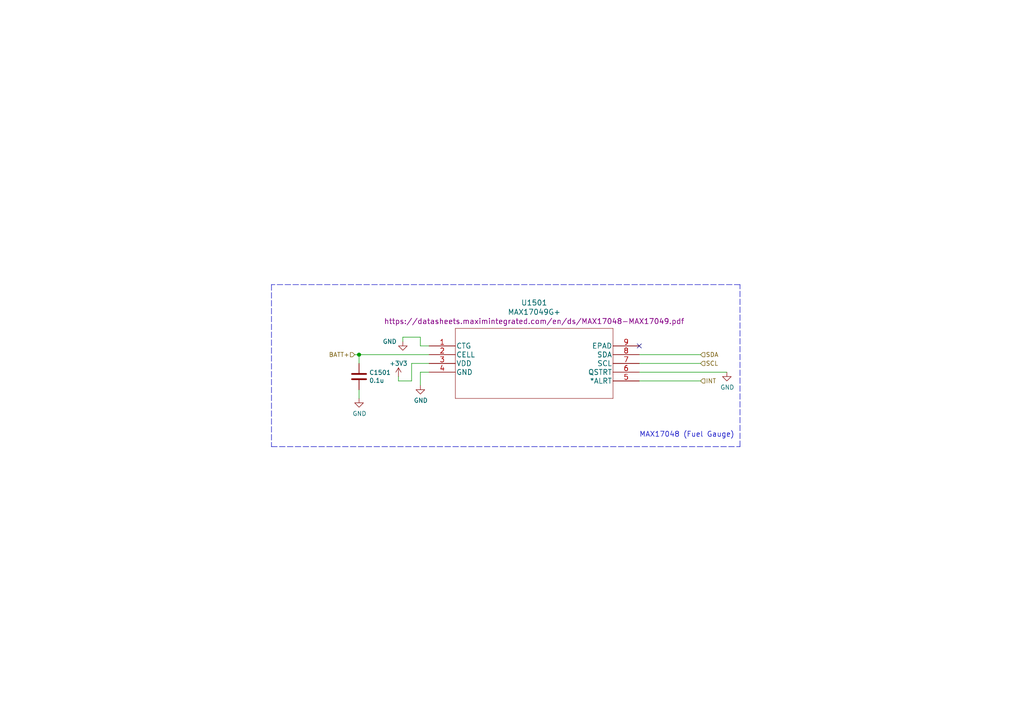
<source format=kicad_sch>
(kicad_sch (version 20210621) (generator eeschema)
  (paper "A4")
  (lib_symbols
    (symbol "Device:C" (pin_numbers hide) (pin_names (offset 0.254))
      (property "Reference" "C" (at 0.635 2.54 0))
      (property "Value" "C" (at 0.635 -2.54 0))
      (symbol "C_0_1"
        (polyline (pts (xy -2.032 -0.762) (xy 2.032 -0.762)) (stroke (width 0.508)))
        (polyline (pts (xy -2.032 0.762) (xy 2.032 0.762)) (stroke (width 0.508)))
      )
      (symbol "C_1_1"
        (pin passive line (at 0 3.81 270) (length 2.794) (name "~") (number "1"))
        (pin passive line (at 0 -3.81 90) (length 2.794) (name "~") (number "2"))
      )
    )
    (symbol "power:+3.3V" (power) (pin_names (offset 0))
      (property "Value" "+3.3V" (at 0 3.556 0))
      (symbol "+3.3V_0_1"
        (polyline (pts (xy -0.762 1.27) (xy 0 2.54)))
        (polyline (pts (xy 0 0) (xy 0 2.54)))
        (polyline (pts (xy 0 2.54) (xy 0.762 1.27)))
      )
      (symbol "+3.3V_1_1"
        (pin power_in line (at 0 0 90) (length 0) hide (name "+3V3") (number "1"))
      )
    )
    (symbol "power:GND" (power) (pin_names (offset 0))
      (property "Value" "GND" (at 0 -3.81 0))
      (symbol "GND_0_1"
        (polyline (pts (xy 0 0) (xy 0 -1.27) (xy 1.27 -1.27) (xy 0 -2.54) (xy -1.27 -1.27) (xy 0 -1.27)))
      )
      (symbol "GND_1_1"
        (pin power_in line (at 0 0 270) (length 0) hide (name "GND") (number "1"))
      )
    )
    (symbol "star-common-lib:MAX17048G+" (pin_names (offset 0.254))
      (property "Reference" "U" (at 30.48 10.16 0))
      (property "Value" "MAX17048G+" (at 30.48 7.62 0))
      (property "Datasheet" "https://datasheets.maximintegrated.com/en/ds/MAX17048-MAX17049.pdf" (at 0 0 0))
      (symbol "MAX17048G+_1_1"
        (polyline (pts (xy 7.62 -15.24) (xy 53.34 -15.24)) (stroke (width 0.127)))
        (polyline (pts (xy 7.62 5.08) (xy 7.62 -15.24)) (stroke (width 0.127)))
        (polyline (pts (xy 53.34 -15.24) (xy 53.34 5.08)) (stroke (width 0.127)))
        (polyline (pts (xy 53.34 5.08) (xy 7.62 5.08)) (stroke (width 0.127)))
        (pin power_in line (at 0 0 0) (length 7.62) (name "CTG") (number "1"))
        (pin power_in line (at 0 -2.54 0) (length 7.62) (name "CELL") (number "2"))
        (pin power_in line (at 0 -5.08 0) (length 7.62) (name "VDD") (number "3"))
        (pin power_in line (at 0 -7.62 0) (length 7.62) (name "GND") (number "4"))
        (pin output line (at 60.96 -10.16 180) (length 7.62) (name "*ALRT") (number "5"))
        (pin input line (at 60.96 -7.62 180) (length 7.62) (name "QSTRT") (number "6"))
        (pin input line (at 60.96 -5.08 180) (length 7.62) (name "SCL") (number "7"))
        (pin bidirectional line (at 60.96 -2.54 180) (length 7.62) (name "SDA") (number "8"))
        (pin unspecified line (at 60.96 0 180) (length 7.62) (name "EPAD") (number "9"))
      )
    )
  )
  (junction (at 104.14 102.87) (diameter 1.016))
  (no_connect (at 185.42 100.33))
  (wire (pts (xy 102.87 102.87) (xy 104.14 102.87)))
  (wire (pts (xy 104.14 102.87) (xy 104.14 105.41)))
  (wire (pts (xy 104.14 102.87) (xy 124.46 102.87)))
  (wire (pts (xy 104.14 113.03) (xy 104.14 115.57)))
  (wire (pts (xy 115.57 109.22) (xy 115.57 110.49)))
  (wire (pts (xy 115.57 110.49) (xy 119.38 110.49)))
  (wire (pts (xy 116.84 97.79) (xy 121.92 97.79)))
  (wire (pts (xy 116.84 99.06) (xy 116.84 97.79)))
  (wire (pts (xy 119.38 105.41) (xy 124.46 105.41)))
  (wire (pts (xy 119.38 110.49) (xy 119.38 105.41)))
  (wire (pts (xy 121.92 97.79) (xy 121.92 100.33)))
  (wire (pts (xy 121.92 100.33) (xy 124.46 100.33)))
  (wire (pts (xy 121.92 107.95) (xy 124.46 107.95)))
  (wire (pts (xy 121.92 111.76) (xy 121.92 107.95)))
  (wire (pts (xy 185.42 102.87) (xy 203.2 102.87)))
  (wire (pts (xy 185.42 110.49) (xy 203.2 110.49)))
  (wire (pts (xy 203.2 105.41) (xy 185.42 105.41)))
  (wire (pts (xy 210.82 107.95) (xy 185.42 107.95)))
  (polyline (pts (xy 78.74 82.55) (xy 78.74 129.54)) (stroke (width 0) (type dash)))
  (polyline (pts (xy 78.74 129.54) (xy 214.63 129.54)) (stroke (width 0) (type dash)))
  (polyline (pts (xy 214.63 82.55) (xy 78.74 82.55)) (stroke (width 0) (type dash)))
  (polyline (pts (xy 214.63 129.54) (xy 214.63 82.55)) (stroke (width 0) (type dash)))
  (text "MAX17048 (Fuel Gauge)" (at 185.42 127 0) (effects (font (size 1.4986 1.4986)) (justify left bottom)))
  (hierarchical_label "BATT+" (shape input) (at 102.87 102.87 180))
  (hierarchical_label "SDA" (shape input) (at 203.2 102.87 0))
  (hierarchical_label "SCL" (shape input) (at 203.2 105.41 0))
  (hierarchical_label "INT" (shape input) (at 203.2 110.49 0))
  (symbol (lib_id "power:+3.3V") (at 115.57 109.22 0) (unit 1)
    (property "Reference" "#PWR01502" (effects hide))
    (property "Value" "+3.3V" (at 115.57 105.41 0))
  )
  (symbol (lib_id "power:GND") (at 104.14 115.57 0) (unit 1)
    (property "Reference" "#PWR01501" (effects hide))
    (property "Value" "GND" (at 104.267 119.9642 0))
  )
  (symbol (lib_id "power:GND") (at 116.84 99.06 0) (unit 1)
    (property "Reference" "#PWR01503" (effects hide))
    (property "Value" "GND" (at 113.03 99.06 0))
  )
  (symbol (lib_id "power:GND") (at 121.92 111.76 0) (unit 1)
    (property "Reference" "#PWR01504" (effects hide))
    (property "Value" "GND" (at 122.047 116.1542 0))
  )
  (symbol (lib_id "power:GND") (at 210.82 107.95 0) (unit 1)
    (property "Reference" "#PWR01505" (effects hide))
    (property "Value" "GND" (at 210.947 112.3442 0))
  )
  (symbol (lib_id "Device:C") (at 104.14 109.22 0) (unit 1)
    (property "Reference" "C1501" (at 107.061 108.0516 0) (effects (justify left)))
    (property "Value" "0.1u" (at 107.061 110.363 0) (effects (justify left)))
    (property "Footprint" "Capacitor_SMD:C_0603_1608Metric" (effects hide))
    (property "DIGIKEY" "399-1100-1-ND" (effects hide))
    (property "MANF" "C0603C104Z3VACTU" (effects hide))
  )
  (symbol (lib_id "star-common-lib:MAX17048G+") (at 124.46 100.33 0) (unit 1)
    (property "Reference" "U1501" (at 154.94 87.8078 0) (effects (font (size 1.524 1.524))))
    (property "Value" "MAX17049G+" (at 154.94 90.5002 0) (effects (font (size 1.524 1.524))))
    (property "Footprint" "Package_DFN_QFN:TDFN-8-1EP_2x2mm_P0.5mm_EP0.8x1.2mm" (effects hide))
    (property "Datasheet" "https://datasheets.maximintegrated.com/en/ds/MAX17048-MAX17049.pdf" (at 154.94 93.1926 0) (effects (font (size 1.524 1.524))))
    (property "DIGIKEY" "MAX17049G+-ND" (effects hide))
    (property "MANF" "MAX17049G+" (effects hide))
  )
)
</source>
